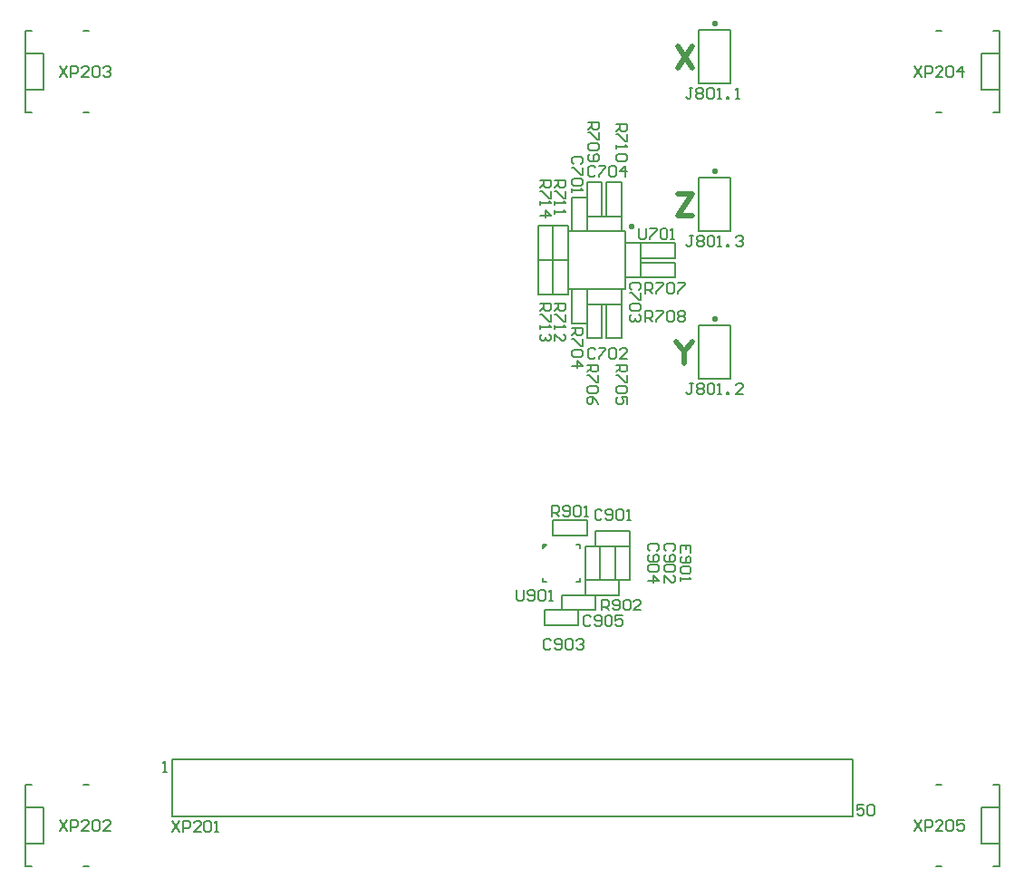
<source format=gto>
G04*
G04 #@! TF.GenerationSoftware,Altium Limited,Altium Designer,22.1.2 (22)*
G04*
G04 Layer_Color=65535*
%FSAX44Y44*%
%MOMM*%
G71*
G04*
G04 #@! TF.SameCoordinates,AEE1FB78-7808-4CFB-96B9-68BC2BEC934A*
G04*
G04*
G04 #@! TF.FilePolarity,Positive*
G04*
G01*
G75*
%ADD10C,0.1530*%
%ADD11C,0.2000*%
%ADD12C,0.2540*%
%ADD13C,0.5000*%
G36*
X00499000Y00320000D02*
Y00317000D01*
X00502000Y00320000D01*
X00499000D01*
D02*
G37*
D10*
Y00317000D02*
Y00320000D01*
Y00320000D02*
X00502000D01*
X00499000Y00317000D02*
X00502000Y00320000D01*
X00499000Y00286000D02*
Y00289000D01*
Y00286000D02*
X00502000D01*
X00533000Y00286000D02*
Y00289000D01*
X00530000Y00286000D02*
X00533000D01*
Y00317000D02*
Y00320000D01*
X00530000Y00320000D02*
X00533000D01*
X00152000Y00066000D02*
Y00120000D01*
X00788000D01*
Y00066000D02*
Y00120000D01*
X00152000Y00066000D02*
X00788000D01*
X00925000Y00724000D02*
Y00800000D01*
X00919000Y00724000D02*
X00925000D01*
X00919000Y00800000D02*
X00925000D01*
X00908000Y00779000D02*
X00925000D01*
X00908000Y00745000D02*
Y00779000D01*
Y00745000D02*
X00925000D01*
X00866000Y00724000D02*
X00871000D01*
X00866000Y00800000D02*
X00871000D01*
X00925000Y00020000D02*
Y00096000D01*
X00919000Y00020000D02*
X00925000D01*
X00919000Y00096000D02*
X00925000D01*
X00908000Y00075000D02*
X00925000D01*
X00908000Y00041000D02*
Y00075000D01*
Y00041000D02*
X00925000D01*
X00866000Y00020000D02*
X00871000D01*
X00866000Y00096000D02*
X00871000D01*
X00015000Y00020000D02*
Y00096000D01*
X00021000D01*
X00015000Y00020000D02*
X00021000D01*
X00015000Y00041000D02*
X00032000D01*
Y00075000D01*
X00015000D02*
X00032000D01*
X00069000Y00096000D02*
X00074000D01*
X00069000Y00020000D02*
X00074000D01*
X00015000Y00724000D02*
Y00800000D01*
X00021000D01*
X00015000Y00724000D02*
X00021000D01*
X00015000Y00745000D02*
X00032000D01*
Y00779000D01*
X00015000D02*
X00032000D01*
X00069000Y00800000D02*
X00074000D01*
X00069000Y00724000D02*
X00074000D01*
X00558000Y00627250D02*
Y00659250D01*
X00572000D01*
Y00627250D02*
Y00659250D01*
X00558000Y00627250D02*
X00572000D01*
X00540000Y00627000D02*
Y00659000D01*
X00554000D01*
X00554000Y00627000D01*
X00540000Y00627000D02*
X00554000Y00627000D01*
X00572000Y00613000D02*
Y00627000D01*
X00540000D02*
X00572000D01*
X00540000Y00613000D02*
Y00627000D01*
Y00613000D02*
X00572000D01*
X00526000Y00645000D02*
X00540000D01*
X00526000Y00613000D02*
X00526000Y00645000D01*
X00526000Y00613000D02*
X00540000Y00613000D01*
Y00645000D01*
X00522000Y00586000D02*
X00522000Y00618000D01*
X00508000Y00586000D02*
X00522000D01*
X00508000D02*
Y00618000D01*
X00522000Y00618000D01*
X00508000Y00586000D02*
Y00618000D01*
X00494000Y00586000D02*
X00508000D01*
X00494000D02*
Y00618000D01*
X00508000D01*
X00508000Y00554000D02*
Y00586000D01*
X00522000Y00586000D01*
Y00554000D02*
Y00586000D01*
X00508000Y00554000D02*
X00522000Y00554000D01*
X00494000D02*
Y00586000D01*
X00508000D01*
Y00554000D02*
Y00586000D01*
X00494000Y00554000D02*
X00508000D01*
X00576000Y00570000D02*
X00590000Y00570000D01*
Y00602000D01*
X00576000Y00602000D02*
X00590000Y00602000D01*
X00576000Y00570000D02*
Y00602000D01*
X00590000Y00602000D02*
X00622000Y00602000D01*
Y00588000D02*
Y00602000D01*
X00590000Y00588000D02*
X00622000D01*
X00590000Y00602000D02*
X00590000Y00588000D01*
X00590000Y00584000D02*
X00622000Y00584000D01*
X00622000Y00570000D01*
X00590000D02*
X00622000D01*
X00590000Y00584000D02*
X00590000Y00570000D01*
X00540000Y00545000D02*
Y00559000D01*
Y00545000D02*
X00572000D01*
X00572000Y00559000D02*
X00572000Y00545000D01*
X00540000Y00559000D02*
X00572000D01*
X00526000Y00527000D02*
Y00559000D01*
X00540000Y00559000D01*
X00540000Y00527000D02*
X00540000Y00559000D01*
X00526000Y00527000D02*
X00540000D01*
X00554000Y00513000D02*
Y00545000D01*
X00540000Y00513000D02*
X00554000D01*
X00540000Y00545000D02*
X00540000Y00513000D01*
X00540000Y00545000D02*
X00554000Y00545000D01*
X00572000Y00513000D02*
Y00545000D01*
X00558000Y00513000D02*
X00572000D01*
X00558000Y00545000D02*
X00558000Y00513000D01*
X00558000Y00545000D02*
X00572000Y00545000D01*
X00674000Y00751000D02*
X00674000Y00801000D01*
X00644000D02*
X00674000D01*
X00644000Y00751000D02*
X00644000Y00801000D01*
X00644000Y00751000D02*
X00674000Y00751000D01*
Y00613000D02*
X00674000Y00663000D01*
X00644000D02*
X00674000D01*
X00644000Y00613000D02*
X00644000Y00663000D01*
X00644000Y00613000D02*
X00674000D01*
Y00475000D02*
X00674000Y00525000D01*
X00644000D02*
X00674000D01*
X00644000Y00475000D02*
X00644000Y00525000D01*
X00644000Y00475000D02*
X00674000D01*
X00532000Y00259000D02*
X00532000Y00245000D01*
X00500000Y00259000D02*
X00532000D01*
X00500000D02*
X00500000Y00245000D01*
X00532000D01*
X00548000Y00259000D02*
Y00273000D01*
X00516000Y00273000D02*
X00548000Y00273000D01*
X00516000Y00259000D02*
X00516000Y00273000D01*
X00516000Y00259000D02*
X00548000Y00259000D01*
X00538000Y00287000D02*
X00570000Y00287000D01*
Y00273000D02*
Y00287000D01*
X00538000Y00273000D02*
X00570000D01*
X00538000Y00287000D02*
X00538000Y00273000D01*
X00580000Y00287000D02*
Y00319000D01*
X00566000D02*
X00580000D01*
X00566000Y00287000D02*
X00580000D01*
X00566000D02*
Y00319000D01*
X00552000Y00319000D02*
X00566000Y00319000D01*
X00552000Y00287000D02*
Y00319000D01*
Y00287000D02*
X00566000Y00287000D01*
Y00319000D01*
X00538000D02*
X00552000D01*
X00538000Y00287000D02*
Y00319000D01*
Y00287000D02*
X00552000D01*
Y00319000D01*
X00548000Y00319000D02*
Y00333000D01*
Y00319000D02*
X00580000D01*
Y00333000D01*
X00548000D02*
X00580000D01*
X00508000Y00343000D02*
X00540000D01*
Y00329000D02*
Y00343000D01*
X00508000Y00329000D02*
X00540000D01*
X00508000Y00343000D02*
X00508000Y00329000D01*
X00522000Y00613000D02*
X00576000D01*
X00522000Y00559000D02*
Y00613000D01*
X00576000Y00559000D02*
Y00613000D01*
X00522000Y00559000D02*
X00576000D01*
D11*
X00547337Y00502332D02*
X00545671Y00503998D01*
X00542339D01*
X00540673Y00502332D01*
Y00495668D01*
X00542339Y00494002D01*
X00545671D01*
X00547337Y00495668D01*
X00550669Y00503998D02*
X00557334D01*
Y00502332D01*
X00550669Y00495668D01*
Y00494002D01*
X00560666Y00502332D02*
X00562332Y00503998D01*
X00565664D01*
X00567331Y00502332D01*
Y00495668D01*
X00565664Y00494002D01*
X00562332D01*
X00560666Y00495668D01*
Y00502332D01*
X00577327Y00494002D02*
X00570663D01*
X00577327Y00500666D01*
Y00502332D01*
X00575661Y00503998D01*
X00572329D01*
X00570663Y00502332D01*
X00540002Y00488327D02*
X00549998D01*
Y00483329D01*
X00548332Y00481663D01*
X00545000D01*
X00543334Y00483329D01*
Y00488327D01*
Y00484995D02*
X00540002Y00481663D01*
X00549998Y00478331D02*
Y00471666D01*
X00548332D01*
X00541668Y00478331D01*
X00540002D01*
X00548332Y00468334D02*
X00549998Y00466668D01*
Y00463335D01*
X00548332Y00461669D01*
X00541668D01*
X00540002Y00463335D01*
Y00466668D01*
X00541668Y00468334D01*
X00548332D01*
X00549998Y00451673D02*
X00548332Y00455005D01*
X00545000Y00458337D01*
X00541668D01*
X00540002Y00456671D01*
Y00453339D01*
X00541668Y00451673D01*
X00543334D01*
X00545000Y00453339D01*
Y00458337D01*
X00567002Y00488327D02*
X00576998D01*
Y00483329D01*
X00575332Y00481663D01*
X00572000D01*
X00570334Y00483329D01*
Y00488327D01*
Y00484995D02*
X00567002Y00481663D01*
X00576998Y00478331D02*
Y00471666D01*
X00575332D01*
X00568668Y00478331D01*
X00567002D01*
X00575332Y00468334D02*
X00576998Y00466668D01*
Y00463335D01*
X00575332Y00461669D01*
X00568668D01*
X00567002Y00463335D01*
Y00466668D01*
X00568668Y00468334D01*
X00575332D01*
X00576998Y00451673D02*
Y00458337D01*
X00572000D01*
X00573666Y00455005D01*
Y00453339D01*
X00572000Y00451673D01*
X00568668D01*
X00567002Y00453339D01*
Y00456671D01*
X00568668Y00458337D01*
X00510002Y00545494D02*
X00519999D01*
Y00540496D01*
X00518332Y00538830D01*
X00515000D01*
X00513334Y00540496D01*
Y00545494D01*
Y00542162D02*
X00510002Y00538830D01*
X00519999Y00535498D02*
Y00528833D01*
X00518332D01*
X00511668Y00535498D01*
X00510002D01*
Y00525501D02*
Y00522169D01*
Y00523835D01*
X00519999D01*
X00518332Y00525501D01*
X00510002Y00510506D02*
Y00517170D01*
X00516666Y00510506D01*
X00518332D01*
X00519999Y00512172D01*
Y00515504D01*
X00518332Y00517170D01*
X00496002Y00545494D02*
X00505998D01*
Y00540496D01*
X00504332Y00538830D01*
X00501000D01*
X00499334Y00540496D01*
Y00545494D01*
Y00542162D02*
X00496002Y00538830D01*
X00505998Y00535498D02*
Y00528833D01*
X00504332D01*
X00497668Y00535498D01*
X00496002D01*
Y00525501D02*
Y00522169D01*
Y00523835D01*
X00505998D01*
X00504332Y00525501D01*
Y00517170D02*
X00505998Y00515504D01*
Y00512172D01*
X00504332Y00510506D01*
X00502666D01*
X00501000Y00512172D01*
Y00513838D01*
Y00512172D01*
X00499334Y00510506D01*
X00497668D01*
X00496002Y00512172D01*
Y00515504D01*
X00497668Y00517170D01*
X00144000Y00108000D02*
X00147332D01*
X00145666D01*
Y00117997D01*
X00144000Y00116331D01*
X00798664Y00076997D02*
X00792000D01*
Y00071998D01*
X00795332Y00073664D01*
X00796998D01*
X00798664Y00071998D01*
Y00068666D01*
X00796998Y00067000D01*
X00793666D01*
X00792000Y00068666D01*
X00801997Y00075331D02*
X00803663Y00076997D01*
X00806995D01*
X00808661Y00075331D01*
Y00068666D01*
X00806995Y00067000D01*
X00803663D01*
X00801997Y00068666D01*
Y00075331D01*
X00553673Y00259002D02*
Y00268998D01*
X00558671D01*
X00560337Y00267332D01*
Y00264000D01*
X00558671Y00262334D01*
X00553673D01*
X00557005D02*
X00560337Y00259002D01*
X00563669Y00260668D02*
X00565336Y00259002D01*
X00568668D01*
X00570334Y00260668D01*
Y00267332D01*
X00568668Y00268998D01*
X00565336D01*
X00563669Y00267332D01*
Y00265666D01*
X00565336Y00264000D01*
X00570334D01*
X00573666Y00267332D02*
X00575332Y00268998D01*
X00578665D01*
X00580331Y00267332D01*
Y00260668D01*
X00578665Y00259002D01*
X00575332D01*
X00573666Y00260668D01*
Y00267332D01*
X00590327Y00259002D02*
X00583663D01*
X00590327Y00265666D01*
Y00267332D01*
X00588661Y00268998D01*
X00585329D01*
X00583663Y00267332D01*
X00496002Y00660828D02*
X00505998D01*
Y00655830D01*
X00504332Y00654164D01*
X00501000D01*
X00499334Y00655830D01*
Y00660828D01*
Y00657496D02*
X00496002Y00654164D01*
X00505998Y00650831D02*
Y00644167D01*
X00504332D01*
X00497668Y00650831D01*
X00496002D01*
Y00640835D02*
Y00637502D01*
Y00639169D01*
X00505998D01*
X00504332Y00640835D01*
X00496002Y00627506D02*
X00505998D01*
X00501000Y00632504D01*
Y00625840D01*
X00845674Y00062998D02*
X00852339Y00053002D01*
Y00062998D02*
X00845674Y00053002D01*
X00855671D02*
Y00062998D01*
X00860669D01*
X00862336Y00061332D01*
Y00058000D01*
X00860669Y00056334D01*
X00855671D01*
X00872332Y00053002D02*
X00865668D01*
X00872332Y00059666D01*
Y00061332D01*
X00870666Y00062998D01*
X00867334D01*
X00865668Y00061332D01*
X00875665D02*
X00877331Y00062998D01*
X00880663D01*
X00882329Y00061332D01*
Y00054668D01*
X00880663Y00053002D01*
X00877331D01*
X00875665Y00054668D01*
Y00061332D01*
X00892326Y00062998D02*
X00885661D01*
Y00058000D01*
X00888994Y00059666D01*
X00890660D01*
X00892326Y00058000D01*
Y00054668D01*
X00890660Y00053002D01*
X00887327D01*
X00885661Y00054668D01*
X00845674Y00766998D02*
X00852339Y00757002D01*
Y00766998D02*
X00845674Y00757002D01*
X00855671D02*
Y00766998D01*
X00860669D01*
X00862336Y00765332D01*
Y00762000D01*
X00860669Y00760334D01*
X00855671D01*
X00872332Y00757002D02*
X00865668D01*
X00872332Y00763666D01*
Y00765332D01*
X00870666Y00766998D01*
X00867334D01*
X00865668Y00765332D01*
X00875665D02*
X00877331Y00766998D01*
X00880663D01*
X00882329Y00765332D01*
Y00758668D01*
X00880663Y00757002D01*
X00877331D01*
X00875665Y00758668D01*
Y00765332D01*
X00890660Y00757002D02*
Y00766998D01*
X00885661Y00762000D01*
X00892326D01*
X00047674Y00766998D02*
X00054339Y00757002D01*
Y00766998D02*
X00047674Y00757002D01*
X00057671D02*
Y00766998D01*
X00062669D01*
X00064335Y00765332D01*
Y00762000D01*
X00062669Y00760334D01*
X00057671D01*
X00074332Y00757002D02*
X00067668D01*
X00074332Y00763666D01*
Y00765332D01*
X00072666Y00766998D01*
X00069334D01*
X00067668Y00765332D01*
X00077664D02*
X00079331Y00766998D01*
X00082663D01*
X00084329Y00765332D01*
Y00758668D01*
X00082663Y00757002D01*
X00079331D01*
X00077664Y00758668D01*
Y00765332D01*
X00087661D02*
X00089327Y00766998D01*
X00092660D01*
X00094326Y00765332D01*
Y00763666D01*
X00092660Y00762000D01*
X00090994D01*
X00092660D01*
X00094326Y00760334D01*
Y00758668D01*
X00092660Y00757002D01*
X00089327D01*
X00087661Y00758668D01*
X00047674Y00062998D02*
X00054339Y00053002D01*
Y00062998D02*
X00047674Y00053002D01*
X00057671D02*
Y00062998D01*
X00062669D01*
X00064335Y00061332D01*
Y00058000D01*
X00062669Y00056334D01*
X00057671D01*
X00074332Y00053002D02*
X00067668D01*
X00074332Y00059666D01*
Y00061332D01*
X00072666Y00062998D01*
X00069334D01*
X00067668Y00061332D01*
X00077664D02*
X00079331Y00062998D01*
X00082663D01*
X00084329Y00061332D01*
Y00054668D01*
X00082663Y00053002D01*
X00079331D01*
X00077664Y00054668D01*
Y00061332D01*
X00094326Y00053002D02*
X00087661D01*
X00094326Y00059666D01*
Y00061332D01*
X00092660Y00062998D01*
X00089327D01*
X00087661Y00061332D01*
X00152340Y00061998D02*
X00159005Y00052002D01*
Y00061998D02*
X00152340Y00052002D01*
X00162337D02*
Y00061998D01*
X00167335D01*
X00169002Y00060332D01*
Y00057000D01*
X00167335Y00055334D01*
X00162337D01*
X00178998Y00052002D02*
X00172334D01*
X00178998Y00058666D01*
Y00060332D01*
X00177332Y00061998D01*
X00174000D01*
X00172334Y00060332D01*
X00182331D02*
X00183997Y00061998D01*
X00187329D01*
X00188995Y00060332D01*
Y00053668D01*
X00187329Y00052002D01*
X00183997D01*
X00182331Y00053668D01*
Y00060332D01*
X00192327Y00052002D02*
X00195660D01*
X00193994D01*
Y00061998D01*
X00192327Y00060332D01*
X00474339Y00277998D02*
Y00269668D01*
X00476005Y00268002D01*
X00479337D01*
X00481003Y00269668D01*
Y00277998D01*
X00484336Y00269668D02*
X00486002Y00268002D01*
X00489334D01*
X00491000Y00269668D01*
Y00276332D01*
X00489334Y00277998D01*
X00486002D01*
X00484336Y00276332D01*
Y00274666D01*
X00486002Y00273000D01*
X00491000D01*
X00494332Y00276332D02*
X00495998Y00277998D01*
X00499331D01*
X00500997Y00276332D01*
Y00269668D01*
X00499331Y00268002D01*
X00495998D01*
X00494332Y00269668D01*
Y00276332D01*
X00504329Y00268002D02*
X00507661D01*
X00505995D01*
Y00277998D01*
X00504329Y00276332D01*
X00588339Y00615998D02*
Y00607668D01*
X00590005Y00606002D01*
X00593337D01*
X00595003Y00607668D01*
Y00615998D01*
X00598335D02*
X00605000D01*
Y00614332D01*
X00598335Y00607668D01*
Y00606002D01*
X00608332Y00614332D02*
X00609998Y00615998D01*
X00613331D01*
X00614997Y00614332D01*
Y00607668D01*
X00613331Y00606002D01*
X00609998D01*
X00608332Y00607668D01*
Y00614332D01*
X00618329Y00606002D02*
X00621661D01*
X00619995D01*
Y00615998D01*
X00618329Y00614332D01*
X00507339Y00347002D02*
Y00356998D01*
X00512337D01*
X00514003Y00355332D01*
Y00352000D01*
X00512337Y00350334D01*
X00507339D01*
X00510671D02*
X00514003Y00347002D01*
X00517336Y00348668D02*
X00519002Y00347002D01*
X00522334D01*
X00524000Y00348668D01*
Y00355332D01*
X00522334Y00356998D01*
X00519002D01*
X00517336Y00355332D01*
Y00353666D01*
X00519002Y00352000D01*
X00524000D01*
X00527332Y00355332D02*
X00528998Y00356998D01*
X00532331D01*
X00533997Y00355332D01*
Y00348668D01*
X00532331Y00347002D01*
X00528998D01*
X00527332Y00348668D01*
Y00355332D01*
X00537329Y00347002D02*
X00540661D01*
X00538995D01*
Y00356998D01*
X00537329Y00355332D01*
X00510002Y00660828D02*
X00519998D01*
Y00655830D01*
X00518332Y00654164D01*
X00515000D01*
X00513334Y00655830D01*
Y00660828D01*
Y00657496D02*
X00510002Y00654164D01*
X00519998Y00650831D02*
Y00644167D01*
X00518332D01*
X00511668Y00650831D01*
X00510002D01*
Y00640835D02*
Y00637502D01*
Y00639169D01*
X00519998D01*
X00518332Y00640835D01*
X00510002Y00632504D02*
Y00629172D01*
Y00630838D01*
X00519998D01*
X00518332Y00632504D01*
X00567331Y00713494D02*
X00577327D01*
Y00708496D01*
X00575661Y00706830D01*
X00572329D01*
X00570663Y00708496D01*
Y00713494D01*
Y00710162D02*
X00567331Y00706830D01*
X00577327Y00703498D02*
Y00696833D01*
X00575661D01*
X00568997Y00703498D01*
X00567331D01*
Y00693501D02*
Y00690169D01*
Y00691835D01*
X00577327D01*
X00575661Y00693501D01*
Y00685170D02*
X00577327Y00683504D01*
Y00680172D01*
X00575661Y00678506D01*
X00568997D01*
X00567331Y00680172D01*
Y00683504D01*
X00568997Y00685170D01*
X00575661D01*
X00540673Y00715161D02*
X00550669D01*
Y00710162D01*
X00549003Y00708496D01*
X00545671D01*
X00544005Y00710162D01*
Y00715161D01*
Y00711828D02*
X00540673Y00708496D01*
X00550669Y00705164D02*
Y00698499D01*
X00549003D01*
X00542339Y00705164D01*
X00540673D01*
X00549003Y00695167D02*
X00550669Y00693501D01*
Y00690169D01*
X00549003Y00688502D01*
X00542339D01*
X00540673Y00690169D01*
Y00693501D01*
X00542339Y00695167D01*
X00549003D01*
X00542339Y00685170D02*
X00540673Y00683504D01*
Y00680172D01*
X00542339Y00678506D01*
X00549003D01*
X00550669Y00680172D01*
Y00683504D01*
X00549003Y00685170D01*
X00547337D01*
X00545671Y00683504D01*
Y00678506D01*
X00594673Y00529002D02*
Y00538998D01*
X00599671D01*
X00601337Y00537332D01*
Y00534000D01*
X00599671Y00532334D01*
X00594673D01*
X00598005D02*
X00601337Y00529002D01*
X00604669Y00538998D02*
X00611334D01*
Y00537332D01*
X00604669Y00530668D01*
Y00529002D01*
X00614666Y00537332D02*
X00616332Y00538998D01*
X00619664D01*
X00621331Y00537332D01*
Y00530668D01*
X00619664Y00529002D01*
X00616332D01*
X00614666Y00530668D01*
Y00537332D01*
X00624663D02*
X00626329Y00538998D01*
X00629661D01*
X00631327Y00537332D01*
Y00535666D01*
X00629661Y00534000D01*
X00631327Y00532334D01*
Y00530668D01*
X00629661Y00529002D01*
X00626329D01*
X00624663Y00530668D01*
Y00532334D01*
X00626329Y00534000D01*
X00624663Y00535666D01*
Y00537332D01*
X00626329Y00534000D02*
X00629661D01*
X00594673Y00555002D02*
Y00564998D01*
X00599671D01*
X00601337Y00563332D01*
Y00560000D01*
X00599671Y00558334D01*
X00594673D01*
X00598005D02*
X00601337Y00555002D01*
X00604669Y00564998D02*
X00611334D01*
Y00563332D01*
X00604669Y00556668D01*
Y00555002D01*
X00614666Y00563332D02*
X00616332Y00564998D01*
X00619664D01*
X00621331Y00563332D01*
Y00556668D01*
X00619664Y00555002D01*
X00616332D01*
X00614666Y00556668D01*
Y00563332D01*
X00624663Y00564998D02*
X00631327D01*
Y00563332D01*
X00624663Y00556668D01*
Y00555002D01*
X00526002Y00522327D02*
X00535998D01*
Y00517329D01*
X00534332Y00515663D01*
X00531000D01*
X00529334Y00517329D01*
Y00522327D01*
Y00518995D02*
X00526002Y00515663D01*
X00535998Y00512331D02*
Y00505666D01*
X00534332D01*
X00527668Y00512331D01*
X00526002D01*
X00534332Y00502334D02*
X00535998Y00500668D01*
Y00497336D01*
X00534332Y00495669D01*
X00527668D01*
X00526002Y00497336D01*
Y00500668D01*
X00527668Y00502334D01*
X00534332D01*
X00526002Y00487339D02*
X00535998D01*
X00531000Y00492337D01*
Y00485673D01*
X00639006Y00608998D02*
X00635674D01*
X00637340D01*
Y00600668D01*
X00635674Y00599002D01*
X00634008D01*
X00632342Y00600668D01*
X00642339Y00607332D02*
X00644005Y00608998D01*
X00647337D01*
X00649003Y00607332D01*
Y00605666D01*
X00647337Y00604000D01*
X00649003Y00602334D01*
Y00600668D01*
X00647337Y00599002D01*
X00644005D01*
X00642339Y00600668D01*
Y00602334D01*
X00644005Y00604000D01*
X00642339Y00605666D01*
Y00607332D01*
X00644005Y00604000D02*
X00647337D01*
X00652336Y00607332D02*
X00654002Y00608998D01*
X00657334D01*
X00659000Y00607332D01*
Y00600668D01*
X00657334Y00599002D01*
X00654002D01*
X00652336Y00600668D01*
Y00607332D01*
X00662332Y00599002D02*
X00665665D01*
X00663998D01*
Y00608998D01*
X00662332Y00607332D01*
X00670663Y00599002D02*
Y00600668D01*
X00672329D01*
Y00599002D01*
X00670663D01*
X00678994Y00607332D02*
X00680660Y00608998D01*
X00683992D01*
X00685658Y00607332D01*
Y00605666D01*
X00683992Y00604000D01*
X00682326D01*
X00683992D01*
X00685658Y00602334D01*
Y00600668D01*
X00683992Y00599002D01*
X00680660D01*
X00678994Y00600668D01*
X00639006Y00470998D02*
X00635674D01*
X00637340D01*
Y00462668D01*
X00635674Y00461002D01*
X00634008D01*
X00632342Y00462668D01*
X00642339Y00469332D02*
X00644005Y00470998D01*
X00647337D01*
X00649003Y00469332D01*
Y00467666D01*
X00647337Y00466000D01*
X00649003Y00464334D01*
Y00462668D01*
X00647337Y00461002D01*
X00644005D01*
X00642339Y00462668D01*
Y00464334D01*
X00644005Y00466000D01*
X00642339Y00467666D01*
Y00469332D01*
X00644005Y00466000D02*
X00647337D01*
X00652336Y00469332D02*
X00654002Y00470998D01*
X00657334D01*
X00659000Y00469332D01*
Y00462668D01*
X00657334Y00461002D01*
X00654002D01*
X00652336Y00462668D01*
Y00469332D01*
X00662332Y00461002D02*
X00665665D01*
X00663998D01*
Y00470998D01*
X00662332Y00469332D01*
X00670663Y00461002D02*
Y00462668D01*
X00672329D01*
Y00461002D01*
X00670663D01*
X00685658D02*
X00678994D01*
X00685658Y00467666D01*
Y00469332D01*
X00683992Y00470998D01*
X00680660D01*
X00678994Y00469332D01*
X00638673Y00746998D02*
X00635340D01*
X00637006D01*
Y00738668D01*
X00635340Y00737002D01*
X00633674D01*
X00632008Y00738668D01*
X00642005Y00745332D02*
X00643671Y00746998D01*
X00647003D01*
X00648669Y00745332D01*
Y00743666D01*
X00647003Y00742000D01*
X00648669Y00740334D01*
Y00738668D01*
X00647003Y00737002D01*
X00643671D01*
X00642005Y00738668D01*
Y00740334D01*
X00643671Y00742000D01*
X00642005Y00743666D01*
Y00745332D01*
X00643671Y00742000D02*
X00647003D01*
X00652002Y00745332D02*
X00653668Y00746998D01*
X00657000D01*
X00658666Y00745332D01*
Y00738668D01*
X00657000Y00737002D01*
X00653668D01*
X00652002Y00738668D01*
Y00745332D01*
X00661998Y00737002D02*
X00665331D01*
X00663665D01*
Y00746998D01*
X00661998Y00745332D01*
X00670329Y00737002D02*
Y00738668D01*
X00671995D01*
Y00737002D01*
X00670329D01*
X00678660D02*
X00681992D01*
X00680326D01*
Y00746998D01*
X00678660Y00745332D01*
X00636998Y00312997D02*
Y00319661D01*
X00627002D01*
Y00312997D01*
X00632000Y00319661D02*
Y00316329D01*
X00628668Y00309664D02*
X00627002Y00307998D01*
Y00304666D01*
X00628668Y00303000D01*
X00635332D01*
X00636998Y00304666D01*
Y00307998D01*
X00635332Y00309664D01*
X00633666D01*
X00632000Y00307998D01*
Y00303000D01*
X00635332Y00299668D02*
X00636998Y00298002D01*
Y00294669D01*
X00635332Y00293003D01*
X00628668D01*
X00627002Y00294669D01*
Y00298002D01*
X00628668Y00299668D01*
X00635332D01*
X00627002Y00289671D02*
Y00286339D01*
Y00288005D01*
X00636998D01*
X00635332Y00289671D01*
X00543337Y00252332D02*
X00541671Y00253998D01*
X00538339D01*
X00536673Y00252332D01*
Y00245668D01*
X00538339Y00244002D01*
X00541671D01*
X00543337Y00245668D01*
X00546669D02*
X00548335Y00244002D01*
X00551668D01*
X00553334Y00245668D01*
Y00252332D01*
X00551668Y00253998D01*
X00548335D01*
X00546669Y00252332D01*
Y00250666D01*
X00548335Y00249000D01*
X00553334D01*
X00556666Y00252332D02*
X00558332Y00253998D01*
X00561665D01*
X00563331Y00252332D01*
Y00245668D01*
X00561665Y00244002D01*
X00558332D01*
X00556666Y00245668D01*
Y00252332D01*
X00573327Y00253998D02*
X00566663D01*
Y00249000D01*
X00569995Y00250666D01*
X00571661D01*
X00573327Y00249000D01*
Y00245668D01*
X00571661Y00244002D01*
X00568329D01*
X00566663Y00245668D01*
X00605332Y00314663D02*
X00606998Y00316329D01*
Y00319661D01*
X00605332Y00321327D01*
X00598668D01*
X00597002Y00319661D01*
Y00316329D01*
X00598668Y00314663D01*
Y00311331D02*
X00597002Y00309664D01*
Y00306332D01*
X00598668Y00304666D01*
X00605332D01*
X00606998Y00306332D01*
Y00309664D01*
X00605332Y00311331D01*
X00603666D01*
X00602000Y00309664D01*
Y00304666D01*
X00605332Y00301334D02*
X00606998Y00299668D01*
Y00296336D01*
X00605332Y00294669D01*
X00598668D01*
X00597002Y00296336D01*
Y00299668D01*
X00598668Y00301334D01*
X00605332D01*
X00597002Y00286339D02*
X00606998D01*
X00602000Y00291337D01*
Y00284673D01*
X00506337Y00230332D02*
X00504671Y00231998D01*
X00501339D01*
X00499673Y00230332D01*
Y00223668D01*
X00501339Y00222002D01*
X00504671D01*
X00506337Y00223668D01*
X00509669D02*
X00511335Y00222002D01*
X00514668D01*
X00516334Y00223668D01*
Y00230332D01*
X00514668Y00231998D01*
X00511335D01*
X00509669Y00230332D01*
Y00228666D01*
X00511335Y00227000D01*
X00516334D01*
X00519666Y00230332D02*
X00521332Y00231998D01*
X00524664D01*
X00526331Y00230332D01*
Y00223668D01*
X00524664Y00222002D01*
X00521332D01*
X00519666Y00223668D01*
Y00230332D01*
X00529663D02*
X00531329Y00231998D01*
X00534661D01*
X00536327Y00230332D01*
Y00228666D01*
X00534661Y00227000D01*
X00532995D01*
X00534661D01*
X00536327Y00225334D01*
Y00223668D01*
X00534661Y00222002D01*
X00531329D01*
X00529663Y00223668D01*
X00620332Y00314663D02*
X00621998Y00316329D01*
Y00319661D01*
X00620332Y00321327D01*
X00613668D01*
X00612002Y00319661D01*
Y00316329D01*
X00613668Y00314663D01*
Y00311331D02*
X00612002Y00309664D01*
Y00306332D01*
X00613668Y00304666D01*
X00620332D01*
X00621998Y00306332D01*
Y00309664D01*
X00620332Y00311331D01*
X00618666D01*
X00617000Y00309664D01*
Y00304666D01*
X00620332Y00301334D02*
X00621998Y00299668D01*
Y00296336D01*
X00620332Y00294669D01*
X00613668D01*
X00612002Y00296336D01*
Y00299668D01*
X00613668Y00301334D01*
X00620332D01*
X00612002Y00284673D02*
Y00291337D01*
X00618666Y00284673D01*
X00620332D01*
X00621998Y00286339D01*
Y00289671D01*
X00620332Y00291337D01*
X00554003Y00351332D02*
X00552337Y00352998D01*
X00549005D01*
X00547339Y00351332D01*
Y00344668D01*
X00549005Y00343002D01*
X00552337D01*
X00554003Y00344668D01*
X00557336D02*
X00559002Y00343002D01*
X00562334D01*
X00564000Y00344668D01*
Y00351332D01*
X00562334Y00352998D01*
X00559002D01*
X00557336Y00351332D01*
Y00349666D01*
X00559002Y00348000D01*
X00564000D01*
X00567332Y00351332D02*
X00568998Y00352998D01*
X00572331D01*
X00573997Y00351332D01*
Y00344668D01*
X00572331Y00343002D01*
X00568998D01*
X00567332Y00344668D01*
Y00351332D01*
X00577329Y00343002D02*
X00580661D01*
X00578995D01*
Y00352998D01*
X00577329Y00351332D01*
X00547337Y00672332D02*
X00545671Y00673998D01*
X00542339D01*
X00540673Y00672332D01*
Y00665668D01*
X00542339Y00664002D01*
X00545671D01*
X00547337Y00665668D01*
X00550669Y00673998D02*
X00557334D01*
Y00672332D01*
X00550669Y00665668D01*
Y00664002D01*
X00560666Y00672332D02*
X00562332Y00673998D01*
X00565664D01*
X00567331Y00672332D01*
Y00665668D01*
X00565664Y00664002D01*
X00562332D01*
X00560666Y00665668D01*
Y00672332D01*
X00575661Y00664002D02*
Y00673998D01*
X00570663Y00669000D01*
X00577327D01*
X00588332Y00558663D02*
X00589998Y00560329D01*
Y00563661D01*
X00588332Y00565327D01*
X00581668D01*
X00580002Y00563661D01*
Y00560329D01*
X00581668Y00558663D01*
X00589998Y00555331D02*
Y00548666D01*
X00588332D01*
X00581668Y00555331D01*
X00580002D01*
X00588332Y00545334D02*
X00589998Y00543668D01*
Y00540335D01*
X00588332Y00538669D01*
X00581668D01*
X00580002Y00540335D01*
Y00543668D01*
X00581668Y00545334D01*
X00588332D01*
Y00535337D02*
X00589998Y00533671D01*
Y00530339D01*
X00588332Y00528672D01*
X00586666D01*
X00585000Y00530339D01*
Y00532005D01*
Y00530339D01*
X00583334Y00528672D01*
X00581668D01*
X00580002Y00530339D01*
Y00533671D01*
X00581668Y00535337D01*
X00534332Y00675997D02*
X00535998Y00677663D01*
Y00680995D01*
X00534332Y00682661D01*
X00527668D01*
X00526002Y00680995D01*
Y00677663D01*
X00527668Y00675997D01*
X00535998Y00672664D02*
Y00666000D01*
X00534332D01*
X00527668Y00672664D01*
X00526002D01*
X00534332Y00662668D02*
X00535998Y00661002D01*
Y00657669D01*
X00534332Y00656003D01*
X00527668D01*
X00526002Y00657669D01*
Y00661002D01*
X00527668Y00662668D01*
X00534332D01*
X00526002Y00652671D02*
Y00649339D01*
Y00651005D01*
X00535998D01*
X00534332Y00652671D01*
D12*
X00657540Y00808460D02*
X00660079D01*
Y00805921D01*
X00657540D01*
Y00808460D01*
Y00670460D02*
X00660079D01*
Y00667921D01*
X00657540D01*
Y00670460D01*
Y00532460D02*
X00660079D01*
Y00529921D01*
X00657540D01*
Y00532460D01*
X00579540Y00619460D02*
X00582079D01*
Y00616921D01*
X00579540D01*
Y00619460D01*
D13*
X00622765Y00509998D02*
X00630383Y00500476D01*
Y00490002D01*
X00638000Y00509998D02*
X00630383Y00500476D01*
X00624669Y00785998D02*
X00638000Y00766002D01*
Y00785998D02*
X00624669Y00766002D01*
X00638000Y00647998D02*
X00624669Y00628002D01*
Y00647998D02*
X00638000D01*
X00624669Y00628002D02*
X00638000D01*
M02*

</source>
